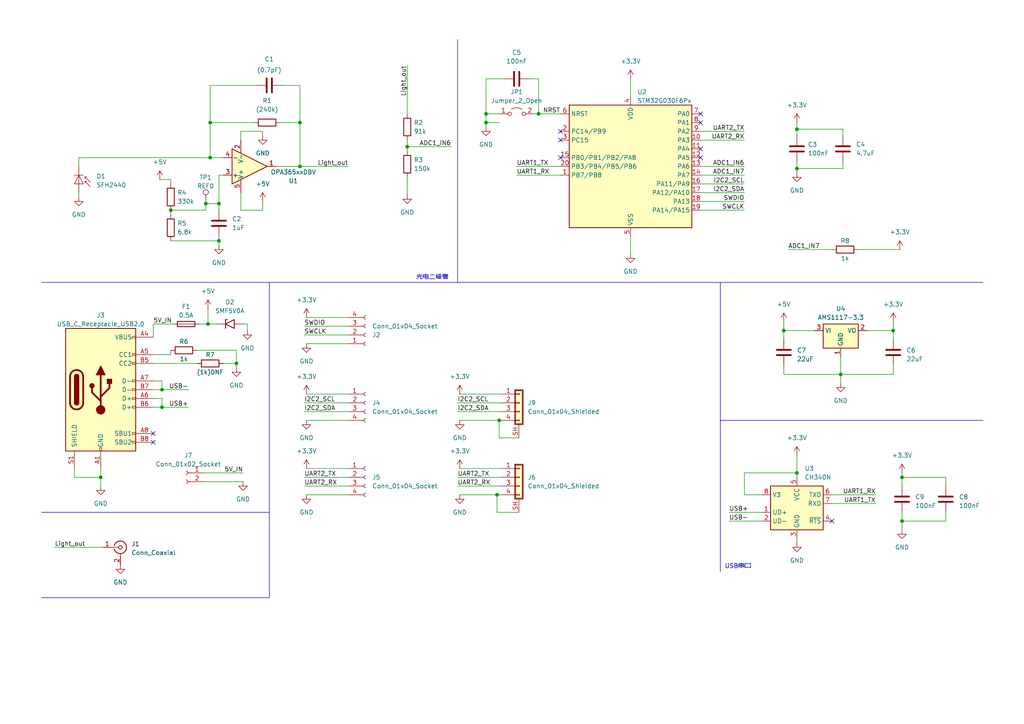
<source format=kicad_sch>
(kicad_sch (version 20230121) (generator eeschema)
  (paper "A4")
  (lib_symbols
    (symbol "Amplifier_Operational:OPA365xxDBV" (pin_names (offset 0.127))
      (property "Reference" "U" (at -1.27 6.35 0))
      (property "Value" "OPA365xxDBV" (at -1.27 3.81 0))
      (symbol "OPA365xxDBV_0_1"
        (polyline (pts (xy -5.08 5.08) (xy 5.08 0) (xy -5.08 -5.08) (xy -5.08 5.08)) (stroke (width 0.254)) (fill (type background)))
        (pin power_in line (at -2.54 -7.62 90) (length 3.81) (name "V-") (number "2"))
        (pin power_in line (at -2.54 7.62 270) (length 3.81) (name "V+") (number "5"))
      )
      (symbol "OPA365xxDBV_1_1"
        (pin output line (at 7.62 0 180) (length 2.54) (name "~") (number "1"))
        (pin input line (at -7.62 2.54 0) (length 2.54) (name "+") (number "3"))
        (pin input line (at -7.62 -2.54 0) (length 2.54) (name "-") (number "4"))
      )
    )
    (symbol "Connector:Conn_01x02_Socket" (pin_names (offset 1.016) hide)
      (property "Reference" "J" (at 0 2.54 0))
      (property "Value" "Conn_01x02_Socket" (at 0 -5.08 0))
      (symbol "Conn_01x02_Socket_1_1"
        (arc (start 0 -2.032) (mid -0.5058 -2.54) (end 0 -3.048) (stroke (width 0.1524)))
        (polyline (pts (xy -1.27 -2.54) (xy -0.508 -2.54)) (stroke (width 0.1524)))
        (polyline (pts (xy -1.27 0) (xy -0.508 0)) (stroke (width 0.1524)))
        (arc (start 0 0.508) (mid -0.5058 0) (end 0 -0.508) (stroke (width 0.1524)))
        (pin passive line (at -5.08 0 0) (length 3.81) (name "Pin_1") (number "1"))
        (pin passive line (at -5.08 -2.54 0) (length 3.81) (name "Pin_2") (number "2"))
      )
    )
    (symbol "Connector:Conn_01x04_Socket" (pin_names (offset 1.016) hide)
      (property "Reference" "J" (at 0 5.08 0))
      (property "Value" "Conn_01x04_Socket" (at 0 -7.62 0))
      (symbol "Conn_01x04_Socket_1_1"
        (arc (start 0 -4.572) (mid -0.5058 -5.08) (end 0 -5.588) (stroke (width 0.1524)))
        (arc (start 0 -2.032) (mid -0.5058 -2.54) (end 0 -3.048) (stroke (width 0.1524)))
        (polyline (pts (xy -1.27 -5.08) (xy -0.508 -5.08)) (stroke (width 0.1524)))
        (polyline (pts (xy -1.27 -2.54) (xy -0.508 -2.54)) (stroke (width 0.1524)))
        (polyline (pts (xy -1.27 0) (xy -0.508 0)) (stroke (width 0.1524)))
        (polyline (pts (xy -1.27 2.54) (xy -0.508 2.54)) (stroke (width 0.1524)))
        (arc (start 0 0.508) (mid -0.5058 0) (end 0 -0.508) (stroke (width 0.1524)))
        (arc (start 0 3.048) (mid -0.5058 2.54) (end 0 2.032) (stroke (width 0.1524)))
        (pin passive line (at -5.08 2.54 0) (length 3.81) (name "Pin_1") (number "1"))
        (pin passive line (at -5.08 0 0) (length 3.81) (name "Pin_2") (number "2"))
        (pin passive line (at -5.08 -2.54 0) (length 3.81) (name "Pin_3") (number "3"))
        (pin passive line (at -5.08 -5.08 0) (length 3.81) (name "Pin_4") (number "4"))
      )
    )
    (symbol "Connector:Conn_Coaxial" (pin_names (offset 1.016) hide)
      (property "Reference" "J" (at 0.254 3.048 0))
      (property "Value" "Conn_Coaxial" (at 2.921 0 90))
      (symbol "Conn_Coaxial_0_1"
        (arc (start -1.778 -0.508) (mid 0.2311 -1.8066) (end 1.778 0) (stroke (width 0.254)))
        (polyline (pts (xy -2.54 0) (xy -0.508 0)))
        (polyline (pts (xy 0 -2.54) (xy 0 -1.778)))
        (circle (center 0 0) (radius 0.508) (stroke (width 0.2032)))
        (arc (start 1.778 0) (mid 0.2099 1.8101) (end -1.778 0.508) (stroke (width 0.254)))
      )
      (symbol "Conn_Coaxial_1_1"
        (pin passive line (at -5.08 0 0) (length 2.54) (name "In") (number "1"))
        (pin passive line (at 0 -5.08 90) (length 2.54) (name "Ext") (number "2"))
      )
    )
    (symbol "Connector:TestPoint" (pin_numbers hide) (pin_names (offset 0.762) hide)
      (property "Reference" "TP" (at 0 6.858 0))
      (property "Value" "TestPoint" (at 0 5.08 0))
      (symbol "TestPoint_0_1"
        (circle (center 0 3.302) (radius 0.762))
      )
      (symbol "TestPoint_1_1"
        (pin passive line (at 0 0 90) (length 2.54) (name "1") (number "1"))
      )
    )
    (symbol "Connector:USB_C_Receptacle_USB2.0" (pin_names (offset 1.016))
      (property "Reference" "J" (at -10.16 19.05 0))
      (property "Value" "USB_C_Receptacle_USB2.0" (at 19.05 19.05 0))
      (symbol "USB_C_Receptacle_USB2.0_0_0"
        (rectangle (start -0.254 -17.78) (end 0.254 -16.764))
        (rectangle (start 10.16 -14.986) (end 9.144 -15.494))
        (rectangle (start 10.16 -12.446) (end 9.144 -12.954))
        (rectangle (start 10.16 -4.826) (end 9.144 -5.334))
        (rectangle (start 10.16 -2.286) (end 9.144 -2.794))
        (rectangle (start 10.16 0.254) (end 9.144 -0.254))
        (rectangle (start 10.16 2.794) (end 9.144 2.286))
        (rectangle (start 10.16 7.874) (end 9.144 7.366))
        (rectangle (start 10.16 10.414) (end 9.144 9.906))
        (rectangle (start 10.16 15.494) (end 9.144 14.986))
      )
      (symbol "USB_C_Receptacle_USB2.0_0_1"
        (rectangle (start -10.16 17.78) (end 10.16 -17.78) (stroke (width 0.254)) (fill (type background)))
        (arc (start -8.89 -3.81) (mid -6.985 -5.7067) (end -5.08 -3.81) (stroke (width 0.508)))
        (arc (start -7.62 -3.81) (mid -6.985 -4.4423) (end -6.35 -3.81) (stroke (width 0.254)))
        (arc (start -7.62 -3.81) (mid -6.985 -4.4423) (end -6.35 -3.81) (stroke (width 0.254)) (fill (type outline)))
        (rectangle (start -7.62 -3.81) (end -6.35 3.81) (stroke (width 0.254)) (fill (type outline)))
        (arc (start -6.35 3.81) (mid -6.985 4.4423) (end -7.62 3.81) (stroke (width 0.254)))
        (arc (start -6.35 3.81) (mid -6.985 4.4423) (end -7.62 3.81) (stroke (width 0.254)) (fill (type outline)))
        (arc (start -5.08 3.81) (mid -6.985 5.7067) (end -8.89 3.81) (stroke (width 0.508)))
        (circle (center -2.54 1.143) (radius 0.635) (stroke (width 0.254)) (fill (type outline)))
        (circle (center 0 -5.842) (radius 1.27) (fill (type outline)))
        (polyline (pts (xy -8.89 -3.81) (xy -8.89 3.81)) (stroke (width 0.508)))
        (polyline (pts (xy -5.08 3.81) (xy -5.08 -3.81)) (stroke (width 0.508)))
        (polyline (pts (xy 0 -5.842) (xy 0 4.318)) (stroke (width 0.508)))
        (polyline (pts (xy 0 -3.302) (xy -2.54 -0.762) (xy -2.54 0.508)) (stroke (width 0.508)))
        (polyline (pts (xy 0 -2.032) (xy 2.54 0.508) (xy 2.54 1.778)) (stroke (width 0.508)))
        (polyline (pts (xy -1.27 4.318) (xy 0 6.858) (xy 1.27 4.318) (xy -1.27 4.318)) (stroke (width 0.254)) (fill (type outline)))
        (rectangle (start 1.905 1.778) (end 3.175 3.048) (stroke (width 0.254)) (fill (type outline)))
      )
      (symbol "USB_C_Receptacle_USB2.0_1_1"
        (pin passive line (at 0 -22.86 90) (length 5.08) (name "GND") (number "A1"))
        (pin passive line (at 0 -22.86 90) (length 5.08) hide (name "GND") (number "A12"))
        (pin passive line (at 15.24 15.24 180) (length 5.08) (name "VBUS") (number "A4"))
        (pin bidirectional line (at 15.24 10.16 180) (length 5.08) (name "CC1") (number "A5"))
        (pin bidirectional line (at 15.24 -2.54 180) (length 5.08) (name "D+") (number "A6"))
        (pin bidirectional line (at 15.24 2.54 180) (length 5.08) (name "D-") (number "A7"))
        (pin bidirectional line (at 15.24 -12.7 180) (length 5.08) (name "SBU1") (number "A8"))
        (pin passive line (at 15.24 15.24 180) (length 5.08) hide (name "VBUS") (number "A9"))
        (pin passive line (at 0 -22.86 90) (length 5.08) hide (name "GND") (number "B1"))
        (pin passive line (at 0 -22.86 90) (length 5.08) hide (name "GND") (number "B12"))
        (pin passive line (at 15.24 15.24 180) (length 5.08) hide (name "VBUS") (number "B4"))
        (pin bidirectional line (at 15.24 7.62 180) (length 5.08) (name "CC2") (number "B5"))
        (pin bidirectional line (at 15.24 -5.08 180) (length 5.08) (name "D+") (number "B6"))
        (pin bidirectional line (at 15.24 0 180) (length 5.08) (name "D-") (number "B7"))
        (pin bidirectional line (at 15.24 -15.24 180) (length 5.08) (name "SBU2") (number "B8"))
        (pin passive line (at 15.24 15.24 180) (length 5.08) hide (name "VBUS") (number "B9"))
        (pin passive line (at -7.62 -22.86 90) (length 5.08) (name "SHIELD") (number "S1"))
      )
    )
    (symbol "Connector_Generic_Shielded:Conn_01x04_Shielded" (pin_names (offset 1.016) hide)
      (property "Reference" "J" (at 0.254 4.826 0))
      (property "Value" "Conn_01x04_Shielded" (at 1.016 -7.366 0))
      (symbol "Conn_01x04_Shielded_1_1"
        (rectangle (start -1.27 3.81) (end 1.27 -6.35) (stroke (width 0.1524)))
        (rectangle (start -1.016 -4.953) (end 0.254 -5.207) (stroke (width 0.1524)))
        (rectangle (start -1.016 -2.413) (end 0.254 -2.667) (stroke (width 0.1524)))
        (rectangle (start -1.016 0.127) (end 0.254 -0.127) (stroke (width 0.1524)))
        (rectangle (start -1.016 2.667) (end 0.254 2.413) (stroke (width 0.1524)))
        (rectangle (start -1.016 3.556) (end 1.016 -6.096) (stroke (width 0.254)) (fill (type background)))
        (pin passive line (at -5.08 2.54 0) (length 4.064) (name "Pin_1") (number "1"))
        (pin passive line (at -5.08 0 0) (length 4.064) (name "Pin_2") (number "2"))
        (pin passive line (at -5.08 -2.54 0) (length 4.064) (name "Pin_3") (number "3"))
        (pin passive line (at -5.08 -5.08 0) (length 4.064) (name "Pin_4") (number "4"))
        (pin passive line (at 0 -10.16 90) (length 3.81) (name "Shield") (number "SH"))
      )
    )
    (symbol "Device:C" (pin_numbers hide) (pin_names (offset 0.254))
      (property "Reference" "C" (at 0.635 2.54 0))
      (property "Value" "C" (at 0.635 -2.54 0))
      (symbol "C_0_1"
        (polyline (pts (xy -2.032 -0.762) (xy 2.032 -0.762)) (stroke (width 0.508)))
        (polyline (pts (xy -2.032 0.762) (xy 2.032 0.762)) (stroke (width 0.508)))
      )
      (symbol "C_1_1"
        (pin passive line (at 0 3.81 270) (length 2.794) (name "~") (number "1"))
        (pin passive line (at 0 -3.81 90) (length 2.794) (name "~") (number "2"))
      )
    )
    (symbol "Device:Fuse" (pin_numbers hide) (pin_names (offset 0))
      (property "Reference" "F" (at 2.032 0 90))
      (property "Value" "Fuse" (at -1.905 0 90))
      (symbol "Fuse_0_1"
        (rectangle (start -0.762 -2.54) (end 0.762 2.54) (stroke (width 0.254)))
        (polyline (pts (xy 0 2.54) (xy 0 -2.54)))
      )
      (symbol "Fuse_1_1"
        (pin passive line (at 0 3.81 270) (length 1.27) (name "~") (number "1"))
        (pin passive line (at 0 -3.81 90) (length 1.27) (name "~") (number "2"))
      )
    )
    (symbol "Device:R" (pin_numbers hide) (pin_names (offset 0))
      (property "Reference" "R" (at 2.032 0 90))
      (property "Value" "R" (at 0 0 90))
      (symbol "R_0_1"
        (rectangle (start -1.016 -2.54) (end 1.016 2.54) (stroke (width 0.254)))
      )
      (symbol "R_1_1"
        (pin passive line (at 0 3.81 270) (length 1.27) (name "~") (number "1"))
        (pin passive line (at 0 -3.81 90) (length 1.27) (name "~") (number "2"))
      )
    )
    (symbol "Diode:SMF5V0A" (pin_numbers hide) (pin_names (offset 1.016) hide)
      (property "Reference" "D" (at 0 2.54 0))
      (property "Value" "SMF5V0A" (at 0 -2.54 0))
      (symbol "SMF5V0A_0_1"
        (polyline (pts (xy -0.762 1.27) (xy -1.27 1.27) (xy -1.27 -1.27)) (stroke (width 0.254)))
        (polyline (pts (xy 1.27 1.27) (xy 1.27 -1.27) (xy -1.27 0) (xy 1.27 1.27)) (stroke (width 0.254)))
      )
      (symbol "SMF5V0A_1_1"
        (pin passive line (at -3.81 0 0) (length 2.54) (name "A1") (number "1"))
        (pin passive line (at 3.81 0 180) (length 2.54) (name "A2") (number "2"))
      )
    )
    (symbol "Interface_USB:CH340N"
      (property "Reference" "U" (at -7.62 6.35 0))
      (property "Value" "CH340N" (at 7.62 6.35 0))
      (symbol "CH340N_0_1"
        (rectangle (start -7.62 5.08) (end 7.62 -7.62) (stroke (width 0.254)) (fill (type background)))
      )
      (symbol "CH340N_1_1"
        (pin bidirectional line (at -10.16 -2.54 0) (length 2.54) (name "UD+") (number "1"))
        (pin bidirectional line (at -10.16 -5.08 0) (length 2.54) (name "UD-") (number "2"))
        (pin power_in line (at 0 -10.16 90) (length 2.54) (name "GND") (number "3"))
        (pin output line (at 10.16 -5.08 180) (length 2.54) (name "~{RTS}") (number "4"))
        (pin power_in line (at 0 7.62 270) (length 2.54) (name "VCC") (number "5"))
        (pin output line (at 10.16 2.54 180) (length 2.54) (name "TXD") (number "6"))
        (pin input line (at 10.16 0 180) (length 2.54) (name "RXD") (number "7"))
        (pin passive line (at -10.16 2.54 0) (length 2.54) (name "V3") (number "8"))
      )
    )
    (symbol "Jumper:Jumper_2_Open" (pin_names (offset 0) hide)
      (property "Reference" "JP" (at 0 2.794 0))
      (property "Value" "Jumper_2_Open" (at 0 -2.286 0))
      (symbol "Jumper_2_Open_0_0"
        (circle (center -2.032 0) (radius 0.508))
        (circle (center 2.032 0) (radius 0.508))
      )
      (symbol "Jumper_2_Open_0_1"
        (arc (start 1.524 1.27) (mid 0 1.778) (end -1.524 1.27))
      )
      (symbol "Jumper_2_Open_1_1"
        (pin passive line (at -5.08 0 0) (length 2.54) (name "A") (number "1"))
        (pin passive line (at 5.08 0 180) (length 2.54) (name "B") (number "2"))
      )
    )
    (symbol "MCU_ST_STM32G0:STM32G030F6Px"
      (property "Reference" "U" (at -17.78 19.05 0))
      (property "Value" "STM32G030F6Px" (at 2.54 19.05 0))
      (symbol "STM32G030F6Px_0_1"
        (rectangle (start -17.78 -17.78) (end 17.78 17.78) (stroke (width 0.254)) (fill (type background)))
      )
      (symbol "STM32G030F6Px_1_1"
        (pin bidirectional line (at -20.32 -2.54 0) (length 2.54) (name "PB7/PB8") (number "1"))
        (pin bidirectional line (at 20.32 7.62 180) (length 2.54) (name "PA3") (number "10"))
        (pin bidirectional line (at 20.32 5.08 180) (length 2.54) (name "PA4") (number "11"))
        (pin bidirectional line (at 20.32 2.54 180) (length 2.54) (name "PA5") (number "12"))
        (pin bidirectional line (at 20.32 0 180) (length 2.54) (name "PA6") (number "13"))
        (pin bidirectional line (at 20.32 -2.54 180) (length 2.54) (name "PA7") (number "14"))
        (pin bidirectional line (at -20.32 2.54 0) (length 2.54) (name "PB0/PB1/PB2/PA8") (number "15"))
        (pin bidirectional line (at 20.32 -5.08 180) (length 2.54) (name "PA11/PA9") (number "16"))
        (pin bidirectional line (at 20.32 -7.62 180) (length 2.54) (name "PA12/PA10") (number "17"))
        (pin bidirectional line (at 20.32 -10.16 180) (length 2.54) (name "PA13") (number "18"))
        (pin bidirectional line (at 20.32 -12.7 180) (length 2.54) (name "PA14/PA15") (number "19"))
        (pin bidirectional line (at -20.32 10.16 0) (length 2.54) (name "PC14/PB9") (number "2"))
        (pin bidirectional line (at -20.32 0 0) (length 2.54) (name "PB3/PB4/PB5/PB6") (number "20"))
        (pin bidirectional line (at -20.32 7.62 0) (length 2.54) (name "PC15") (number "3"))
        (pin power_in line (at 0 20.32 270) (length 2.54) (name "VDD") (number "4"))
        (pin power_in line (at 0 -20.32 90) (length 2.54) (name "VSS") (number "5"))
        (pin input line (at -20.32 15.24 0) (length 2.54) (name "NRST") (number "6"))
        (pin bidirectional line (at 20.32 15.24 180) (length 2.54) (name "PA0") (number "7"))
        (pin bidirectional line (at 20.32 12.7 180) (length 2.54) (name "PA1") (number "8"))
        (pin bidirectional line (at 20.32 10.16 180) (length 2.54) (name "PA2") (number "9"))
      )
    )
    (symbol "Regulator_Linear:AMS1117-3.3"
      (property "Reference" "U" (at -3.81 3.175 0))
      (property "Value" "AMS1117-3.3" (at 0 3.175 0))
      (symbol "AMS1117-3.3_0_1"
        (rectangle (start -5.08 -5.08) (end 5.08 1.905) (stroke (width 0.254)) (fill (type background)))
      )
      (symbol "AMS1117-3.3_1_1"
        (pin power_in line (at 0 -7.62 90) (length 2.54) (name "GND") (number "1"))
        (pin power_out line (at 7.62 0 180) (length 2.54) (name "VO") (number "2"))
        (pin power_in line (at -7.62 0 0) (length 2.54) (name "VI") (number "3"))
      )
    )
    (symbol "Sensor_Optical:SFH2440" (pin_numbers hide) (pin_names (offset 1.016) hide)
      (property "Reference" "D" (at 0.508 1.778 0))
      (property "Value" "SFH2440" (at -1.016 -2.794 0))
      (symbol "SFH2440_0_1"
        (polyline (pts (xy -2.54 1.27) (xy -2.54 -1.27)) (stroke (width 0.1524)))
        (polyline (pts (xy -2.032 1.778) (xy -1.524 1.778)))
        (polyline (pts (xy 0 -1.27) (xy 0 1.27)))
        (polyline (pts (xy 0 0) (xy -2.54 0)))
        (polyline (pts (xy -0.508 3.302) (xy -2.032 1.778) (xy -2.032 2.286)))
        (polyline (pts (xy 0 1.27) (xy -2.54 0) (xy 0 -1.27)))
        (polyline (pts (xy 0.762 3.302) (xy -0.762 1.778) (xy -0.762 2.286) (xy -0.762 1.778) (xy -0.254 1.778)))
      )
      (symbol "SFH2440_1_1"
        (pin passive line (at -5.08 0 0) (length 2.54) (name "K") (number "1"))
        (pin passive line (at 2.54 0 180) (length 2.54) (name "A") (number "2"))
      )
    )
    (symbol "power:+3.3V" (power) (pin_names (offset 0))
      (property "Value" "+3.3V" (at 0 3.556 0))
      (symbol "+3.3V_0_1"
        (polyline (pts (xy -0.762 1.27) (xy 0 2.54)))
        (polyline (pts (xy 0 0) (xy 0 2.54)))
        (polyline (pts (xy 0 2.54) (xy 0.762 1.27)))
      )
      (symbol "+3.3V_1_1"
        (pin power_in line (at 0 0 90) (length 0) hide (name "+3.3V") (number "1"))
      )
    )
    (symbol "power:+5V" (power) (pin_names (offset 0))
      (property "Value" "+5V" (at 0 3.556 0))
      (symbol "+5V_0_1"
        (polyline (pts (xy -0.762 1.27) (xy 0 2.54)))
        (polyline (pts (xy 0 0) (xy 0 2.54)))
        (polyline (pts (xy 0 2.54) (xy 0.762 1.27)))
      )
      (symbol "+5V_1_1"
        (pin power_in line (at 0 0 90) (length 0) hide (name "+5V") (number "1"))
      )
    )
    (symbol "power:GND" (power) (pin_names (offset 0))
      (property "Value" "GND" (at 0 -3.81 0))
      (symbol "GND_0_1"
        (polyline (pts (xy 0 0) (xy 0 -1.27) (xy 1.27 -1.27) (xy 0 -2.54) (xy -1.27 -1.27) (xy 0 -1.27)))
      )
      (symbol "GND_1_1"
        (pin power_in line (at 0 0 270) (length 0) hide (name "GND") (number "1"))
      )
    )
  )
  (junction (at 46.99 113.03))
  (junction (at 68.58 105.41))
  (junction (at 118.11 42.545))
  (junction (at 144.78 121.92))
  (junction (at 29.21 138.43))
  (junction (at 261.62 151.13))
  (junction (at 231.14 37.465))
  (junction (at 243.84 108.585))
  (junction (at 261.62 138.43))
  (junction (at 231.14 137.16))
  (junction (at 60.96 35.56))
  (junction (at 63.5 59.055))
  (junction (at 86.995 48.26))
  (junction (at 60.325 93.98))
  (junction (at 259.08 95.885))
  (junction (at 140.97 33.02))
  (junction (at 46.99 118.11))
  (junction (at 63.5 69.85))
  (junction (at 86.995 35.56))
  (junction (at 231.14 48.895))
  (junction (at 227.33 95.885))
  (junction (at 140.97 35.56))
  (junction (at 49.53 60.96))
  (junction (at 144.145 143.51))
  (junction (at 156.21 33.02))
  (junction (at 60.96 45.72))
  (junction (at 59.69 59.055))
  (no_connect (at 203.2 33.02))
  (no_connect (at 203.2 35.56))
  (no_connect (at 162.56 40.64))
  (no_connect (at 203.2 45.72))
  (no_connect (at 162.56 38.1))
  (no_connect (at 44.45 125.73))
  (no_connect (at 203.2 43.18))
  (no_connect (at 241.3 151.13))
  (no_connect (at 162.56 45.72))
  (no_connect (at 44.45 128.27))
  (wire (pts (xy 73.66 35.56) (xy 60.96 35.56)))
  (wire (pts (xy 261.62 137.16) (xy 261.62 138.43)))
  (wire (pts (xy 59.69 60.96) (xy 59.69 59.055)))
  (wire (pts (xy 59.69 59.055) (xy 63.5 59.055)))
  (wire (pts (xy 261.62 151.13) (xy 261.62 148.59)))
  (wire (pts (xy 133.35 121.92) (xy 144.78 121.92)))
  (wire (pts (xy 21.59 138.43) (xy 29.21 138.43)))
  (wire (pts (xy 156.21 33.02) (xy 162.56 33.02)))
  (wire (pts (xy 49.53 52.07) (xy 49.53 53.34)))
  (wire (pts (xy 211.455 148.59) (xy 220.98 148.59)))
  (wire (pts (xy 57.15 101.6) (xy 68.58 101.6)))
  (wire (pts (xy 21.59 135.89) (xy 21.59 138.43)))
  (wire (pts (xy 46.99 118.11) (xy 44.45 118.11)))
  (wire (pts (xy 44.45 93.98) (xy 50.165 93.98)))
  (wire (pts (xy 243.84 108.585) (xy 243.84 103.505)))
  (wire (pts (xy 231.14 48.895) (xy 231.14 46.99)))
  (polyline (pts (xy 208.915 121.92) (xy 208.915 81.915)))
  (wire (pts (xy 46.99 110.49) (xy 46.99 113.03)))
  (wire (pts (xy 274.32 148.59) (xy 274.32 151.13)))
  (wire (pts (xy 69.85 38.1) (xy 76.2 38.1)))
  (wire (pts (xy 88.265 138.43) (xy 100.965 138.43)))
  (wire (pts (xy 86.995 35.56) (xy 86.995 48.26)))
  (wire (pts (xy 259.08 95.885) (xy 251.46 95.885)))
  (wire (pts (xy 227.33 106.045) (xy 227.33 108.585)))
  (wire (pts (xy 88.9 143.51) (xy 100.965 143.51)))
  (wire (pts (xy 60.96 24.765) (xy 60.96 35.56)))
  (wire (pts (xy 70.485 137.16) (xy 59.055 137.16)))
  (wire (pts (xy 49.53 69.85) (xy 63.5 69.85)))
  (wire (pts (xy 57.785 93.98) (xy 60.325 93.98)))
  (wire (pts (xy 44.45 110.49) (xy 46.99 110.49)))
  (wire (pts (xy 254 143.51) (xy 241.3 143.51)))
  (wire (pts (xy 146.05 22.86) (xy 140.97 22.86)))
  (wire (pts (xy 132.715 140.97) (xy 145.415 140.97)))
  (wire (pts (xy 22.86 45.72) (xy 22.86 48.26)))
  (wire (pts (xy 261.62 153.67) (xy 261.62 151.13)))
  (wire (pts (xy 63.5 59.055) (xy 63.5 60.96)))
  (wire (pts (xy 49.53 60.96) (xy 59.69 60.96)))
  (wire (pts (xy 149.86 50.8) (xy 162.56 50.8)))
  (wire (pts (xy 46.99 115.57) (xy 46.99 118.11)))
  (wire (pts (xy 44.45 105.41) (xy 57.15 105.41)))
  (wire (pts (xy 215.9 137.16) (xy 215.9 143.51)))
  (wire (pts (xy 244.475 39.37) (xy 244.475 37.465)))
  (wire (pts (xy 182.88 22.86) (xy 182.88 27.94)))
  (wire (pts (xy 261.62 151.13) (xy 274.32 151.13)))
  (wire (pts (xy 133.35 135.89) (xy 145.415 135.89)))
  (wire (pts (xy 44.45 115.57) (xy 46.99 115.57)))
  (wire (pts (xy 118.11 40.64) (xy 118.11 42.545)))
  (wire (pts (xy 140.97 33.02) (xy 144.78 33.02)))
  (wire (pts (xy 29.21 140.97) (xy 29.21 138.43)))
  (wire (pts (xy 156.21 22.86) (xy 156.21 33.02)))
  (polyline (pts (xy 12.065 81.915) (xy 132.715 81.915)))
  (wire (pts (xy 259.08 106.045) (xy 259.08 108.585)))
  (wire (pts (xy 254 146.05) (xy 241.3 146.05)))
  (polyline (pts (xy 78.105 173.355) (xy 78.105 148.59)))
  (wire (pts (xy 118.11 56.515) (xy 118.11 51.435)))
  (wire (pts (xy 88.265 140.97) (xy 100.965 140.97)))
  (wire (pts (xy 211.455 151.13) (xy 220.98 151.13)))
  (wire (pts (xy 140.97 33.02) (xy 140.97 35.56)))
  (wire (pts (xy 63.5 69.85) (xy 63.5 71.12)))
  (wire (pts (xy 244.475 48.895) (xy 231.14 48.895)))
  (polyline (pts (xy 208.915 121.92) (xy 208.915 165.735)))
  (wire (pts (xy 231.14 157.48) (xy 231.14 156.21)))
  (wire (pts (xy 154.94 33.02) (xy 156.21 33.02)))
  (wire (pts (xy 70.485 139.7) (xy 59.055 139.7)))
  (wire (pts (xy 49.53 102.87) (xy 49.53 101.6)))
  (wire (pts (xy 44.45 102.87) (xy 49.53 102.87)))
  (wire (pts (xy 130.81 42.545) (xy 118.11 42.545)))
  (wire (pts (xy 261.62 138.43) (xy 261.62 140.97)))
  (wire (pts (xy 88.9 99.695) (xy 100.965 99.695)))
  (wire (pts (xy 215.9 53.34) (xy 203.2 53.34)))
  (wire (pts (xy 132.715 138.43) (xy 145.415 138.43)))
  (wire (pts (xy 74.295 24.765) (xy 60.96 24.765)))
  (wire (pts (xy 118.11 33.02) (xy 118.11 19.05)))
  (wire (pts (xy 227.33 95.885) (xy 236.22 95.885)))
  (wire (pts (xy 44.45 113.03) (xy 46.99 113.03)))
  (wire (pts (xy 63.5 68.58) (xy 63.5 69.85)))
  (wire (pts (xy 144.78 121.92) (xy 145.415 121.92)))
  (wire (pts (xy 227.33 93.345) (xy 227.33 95.885)))
  (wire (pts (xy 140.97 35.56) (xy 144.78 35.56)))
  (wire (pts (xy 88.265 116.84) (xy 100.965 116.84)))
  (wire (pts (xy 22.86 57.15) (xy 22.86 55.88)))
  (polyline (pts (xy 132.715 11.43) (xy 132.715 81.915)))
  (wire (pts (xy 64.77 50.8) (xy 63.5 50.8)))
  (wire (pts (xy 231.14 35.56) (xy 231.14 37.465)))
  (wire (pts (xy 86.995 24.765) (xy 86.995 35.56)))
  (wire (pts (xy 68.58 105.41) (xy 68.58 106.68)))
  (wire (pts (xy 88.265 94.615) (xy 100.965 94.615)))
  (wire (pts (xy 88.9 114.3) (xy 100.965 114.3)))
  (wire (pts (xy 215.9 55.88) (xy 203.2 55.88)))
  (wire (pts (xy 132.715 119.38) (xy 145.415 119.38)))
  (wire (pts (xy 44.45 97.79) (xy 44.45 93.98)))
  (wire (pts (xy 215.9 60.96) (xy 203.2 60.96)))
  (wire (pts (xy 231.14 132.08) (xy 231.14 137.16)))
  (wire (pts (xy 215.9 40.64) (xy 203.2 40.64)))
  (wire (pts (xy 81.915 24.765) (xy 86.995 24.765)))
  (wire (pts (xy 69.85 55.88) (xy 69.85 60.96)))
  (wire (pts (xy 261.62 138.43) (xy 274.32 138.43)))
  (wire (pts (xy 60.325 93.98) (xy 62.865 93.98)))
  (wire (pts (xy 274.32 140.97) (xy 274.32 138.43)))
  (wire (pts (xy 132.715 116.84) (xy 145.415 116.84)))
  (wire (pts (xy 29.845 158.75) (xy 15.875 158.75)))
  (wire (pts (xy 60.325 89.535) (xy 60.325 93.98)))
  (wire (pts (xy 215.9 137.16) (xy 231.14 137.16)))
  (wire (pts (xy 215.9 58.42) (xy 203.2 58.42)))
  (wire (pts (xy 153.67 22.86) (xy 156.21 22.86)))
  (wire (pts (xy 228.6 72.39) (xy 241.3 72.39)))
  (wire (pts (xy 133.35 143.51) (xy 144.145 143.51)))
  (wire (pts (xy 71.755 93.98) (xy 71.755 95.885)))
  (wire (pts (xy 259.08 98.425) (xy 259.08 95.885)))
  (wire (pts (xy 144.145 143.51) (xy 145.415 143.51)))
  (wire (pts (xy 88.9 92.075) (xy 100.965 92.075)))
  (polyline (pts (xy 78.105 148.59) (xy 78.105 81.915)))
  (wire (pts (xy 68.58 101.6) (xy 68.58 105.41)))
  (wire (pts (xy 76.2 60.96) (xy 76.2 58.42)))
  (wire (pts (xy 150.495 148.59) (xy 144.145 148.59)))
  (wire (pts (xy 133.35 114.3) (xy 145.415 114.3)))
  (wire (pts (xy 259.08 108.585) (xy 243.84 108.585)))
  (wire (pts (xy 118.11 42.545) (xy 118.11 43.815)))
  (wire (pts (xy 54.61 118.11) (xy 46.99 118.11)))
  (wire (pts (xy 88.9 121.92) (xy 100.965 121.92)))
  (wire (pts (xy 260.985 72.39) (xy 248.92 72.39)))
  (wire (pts (xy 231.14 50.165) (xy 231.14 48.895)))
  (wire (pts (xy 215.9 143.51) (xy 220.98 143.51)))
  (wire (pts (xy 81.28 35.56) (xy 86.995 35.56)))
  (wire (pts (xy 215.9 38.1) (xy 203.2 38.1)))
  (wire (pts (xy 29.21 138.43) (xy 29.21 135.89)))
  (wire (pts (xy 244.475 46.99) (xy 244.475 48.895)))
  (wire (pts (xy 46.355 52.07) (xy 49.53 52.07)))
  (wire (pts (xy 69.85 40.64) (xy 69.85 38.1)))
  (wire (pts (xy 86.995 48.26) (xy 80.01 48.26)))
  (wire (pts (xy 22.86 45.72) (xy 60.96 45.72)))
  (polyline (pts (xy 285.115 121.92) (xy 208.915 121.92)))
  (wire (pts (xy 49.53 62.23) (xy 49.53 60.96)))
  (wire (pts (xy 86.995 48.26) (xy 100.965 48.26)))
  (wire (pts (xy 144.145 148.59) (xy 144.145 143.51)))
  (wire (pts (xy 63.5 50.8) (xy 63.5 59.055)))
  (wire (pts (xy 259.08 93.345) (xy 259.08 95.885)))
  (wire (pts (xy 231.14 37.465) (xy 231.14 39.37)))
  (polyline (pts (xy 12.065 173.355) (xy 78.105 173.355)))
  (wire (pts (xy 88.265 119.38) (xy 100.965 119.38)))
  (wire (pts (xy 88.9 135.89) (xy 100.965 135.89)))
  (wire (pts (xy 215.9 50.8) (xy 203.2 50.8)))
  (polyline (pts (xy 12.065 148.59) (xy 78.105 148.59)))
  (wire (pts (xy 149.86 48.26) (xy 162.56 48.26)))
  (wire (pts (xy 88.265 97.155) (xy 100.965 97.155)))
  (wire (pts (xy 182.88 73.66) (xy 182.88 68.58)))
  (polyline (pts (xy 132.715 81.915) (xy 285.115 81.915)))
  (wire (pts (xy 69.85 60.96) (xy 76.2 60.96)))
  (wire (pts (xy 150.495 127) (xy 144.78 127)))
  (wire (pts (xy 227.33 98.425) (xy 227.33 95.885)))
  (wire (pts (xy 60.96 45.72) (xy 64.77 45.72)))
  (wire (pts (xy 144.78 127) (xy 144.78 121.92)))
  (wire (pts (xy 231.14 137.16) (xy 231.14 138.43)))
  (wire (pts (xy 64.77 105.41) (xy 68.58 105.41)))
  (wire (pts (xy 227.33 108.585) (xy 243.84 108.585)))
  (wire (pts (xy 46.99 113.03) (xy 54.61 113.03)))
  (wire (pts (xy 140.97 36.83) (xy 140.97 35.56)))
  (wire (pts (xy 76.2 38.1) (xy 76.2 39.37)))
  (wire (pts (xy 70.485 93.98) (xy 71.755 93.98)))
  (wire (pts (xy 243.84 111.125) (xy 243.84 108.585)))
  (wire (pts (xy 244.475 37.465) (xy 231.14 37.465)))
  (wire (pts (xy 215.9 48.26) (xy 203.2 48.26)))
  (wire (pts (xy 60.96 35.56) (xy 60.96 45.72)))
  (wire (pts (xy 140.97 22.86) (xy 140.97 33.02)))
  (text "光电二级管\n" (at 120.65 81.28 0) (effects (font (size 1.27 1.27)) (justify left bottom)))
  (text "USB串口" (at 210.185 165.1 0) (effects (font (size 1.27 1.27)) (justify left bottom)))
  (label "UART2_TX" (at 215.9 38.1 180))
  (label "ADC1_IN7" (at 228.6 72.39 0))
  (label "5V_IN" (at 70.485 137.16 180))
  (label "UART2_RX" (at 132.715 140.97 0))
  (label "UART2_RX" (at 88.265 140.97 0))
  (label "SWCLK" (at 88.265 97.155 0))
  (label "USB-" (at 54.61 113.03 180))
  (label "I2C2_SDA" (at 88.265 119.38 0))
  (label "UART1_TX" (at 254 146.05 180))
  (label "UART1_TX" (at 149.86 48.26 0))
  (label "5V_IN" (at 44.45 93.98 0))
  (label "UART1_RX" (at 254 143.51 180))
  (label "SWDIO" (at 215.9 58.42 180))
  (label "ADC1_IN7" (at 215.9 50.8 180))
  (label "I2C2_SCL" (at 88.265 116.84 0))
  (label "I2C2_SDA" (at 215.9 55.88 180))
  (label "Light_out" (at 118.11 19.05 270))
  (label "SWDIO" (at 88.265 94.615 0))
  (label "Light_out" (at 100.965 48.26 180))
  (label "UART2_TX" (at 88.265 138.43 0))
  (label "NRST" (at 157.48 33.02 0))
  (label "ADC1_IN6" (at 130.81 42.545 180))
  (label "I2C2_SCL" (at 215.9 53.34 180))
  (label "I2C2_SCL" (at 132.715 116.84 0))
  (label "UART2_RX" (at 215.9 40.64 180))
  (label "USB+" (at 54.61 118.11 180))
  (label "Light_out" (at 15.875 158.75 0))
  (label "UART1_RX" (at 149.86 50.8 0))
  (label "USB+" (at 211.455 148.59 0))
  (label "ADC1_IN6" (at 215.9 48.26 180))
  (label "UART2_TX" (at 132.715 138.43 0))
  (label "SWCLK" (at 215.9 60.96 180))
  (label "USB-" (at 211.455 151.13 0))
  (label "I2C2_SDA" (at 132.715 119.38 0))
  (symbol (lib_id "Jumper:Jumper_2_Open") (at 149.86 33.02 0) (unit 1)
    (property "Reference" "JP1" (at 149.86 26.67 0))
    (property "Value" "Jumper_2_Open" (at 149.86 29.21 0))
    (property "Footprint" "TestPoint:TestPoint_2Pads_Pitch2.54mm_Drill0.8mm" (effects hide))
  )
  (symbol (lib_id "power:GND") (at 231.14 157.48 0) (unit 1)
    (property "Reference" "#PWR013" (effects hide))
    (property "Value" "GND" (at 231.14 162.56 0))
  )
  (symbol (lib_id "power:+3.3V") (at 231.14 132.08 0) (unit 1)
    (property "Reference" "#PWR017" (effects hide))
    (property "Value" "+3.3V" (at 231.14 127 0))
  )
  (symbol (lib_id "power:GND") (at 133.35 121.92 0) (unit 1)
    (property "Reference" "#PWR035" (effects hide))
    (property "Value" "GND" (at 133.35 127 0))
  )
  (symbol (lib_id "Amplifier_Operational:OPA365xxDBV") (at 72.39 48.26 0) (mirror x) (unit 1)
    (property "Reference" "U1" (at 85.09 52.4509 0))
    (property "Value" "OPA365xxDBV" (at 85.09 49.9109 0))
    (property "Footprint" "Package_TO_SOT_SMD:SOT-23-5" (effects hide))
    (property "Datasheet" "https://www.ti.com/lit/ds/symlink/opa365.pdf" (effects hide))
  )
  (symbol (lib_id "power:GND") (at 182.88 73.66 0) (unit 1)
    (property "Reference" "#PWR05" (effects hide))
    (property "Value" "GND" (at 182.88 78.74 0))
  )
  (symbol (lib_id "power:GND") (at 63.5 71.12 0) (unit 1)
    (property "Reference" "#PWR04" (effects hide))
    (property "Value" "GND" (at 63.5 76.2 0))
  )
  (symbol (lib_id "Sensor_Optical:SFH2440") (at 22.86 53.34 270) (unit 1)
    (property "Reference" "D1" (at 27.94 51.1429 90) (effects (justify left)))
    (property "Value" "SFH2440" (at 27.94 53.6829 90) (effects (justify left)))
    (property "Footprint" "OptoDevice:Osram_SFH2440" (effects hide))
    (property "Datasheet" "https://dammedia.osram.info/media/resource/hires/osram-dam-5467146/SFH%202440_EN.pdf" (effects hide))
  )
  (symbol (lib_id "Connector_Generic_Shielded:Conn_01x04_Shielded") (at 150.495 116.84 0) (unit 1)
    (property "Reference" "J9" (at 153.035 116.84 0) (effects (justify left)))
    (property "Value" "Conn_01x04_Shielded" (at 153.035 119.38 0) (effects (justify left)))
    (property "Footprint" "Connector_FFC-FPC:Molex_200528-0040_1x04-1MP_P1.00mm_Horizontal" (effects hide))
  )
  (symbol (lib_id "Connector_Generic_Shielded:Conn_01x04_Shielded") (at 150.495 138.43 0) (unit 1)
    (property "Reference" "J6" (at 153.035 138.43 0) (effects (justify left)))
    (property "Value" "Conn_01x04_Shielded" (at 153.035 140.97 0) (effects (justify left)))
    (property "Footprint" "Connector_FFC-FPC:Molex_200528-0040_1x04-1MP_P1.00mm_Horizontal" (effects hide))
  )
  (symbol (lib_id "Connector:Conn_01x04_Socket") (at 106.045 138.43 0) (unit 1)
    (property "Reference" "J5" (at 107.95 138.43 0) (effects (justify left)))
    (property "Value" "Conn_01x04_Socket" (at 107.95 140.97 0) (effects (justify left)))
    (property "Footprint" "Connector_PinSocket_2.54mm:PinSocket_1x04_P2.54mm_Horizontal" (effects hide))
  )
  (symbol (lib_id "Device:C") (at 78.105 24.765 90) (unit 1)
    (property "Reference" "C1" (at 78.105 17.145 90))
    (property "Value" "(0.7pF)" (at 78.105 20.32 90))
    (property "Footprint" "Capacitor_SMD:C_0603_1608Metric" (effects hide))
  )
  (symbol (lib_id "power:+3.3V") (at 231.14 35.56 0) (unit 1)
    (property "Reference" "#PWR07" (effects hide))
    (property "Value" "+3.3V" (at 231.14 30.48 0))
  )
  (symbol (lib_id "Device:C") (at 274.32 144.78 0) (unit 1)
    (property "Reference" "C8" (at 278.13 144.145 0) (effects (justify left)))
    (property "Value" "100nF" (at 278.13 146.685 0) (effects (justify left)))
    (property "Footprint" "Capacitor_SMD:C_0603_1608Metric" (effects hide))
  )
  (symbol (lib_id "Device:R") (at 245.11 72.39 90) (unit 1)
    (property "Reference" "R8" (at 245.11 69.85 90))
    (property "Value" "1k" (at 245.11 74.93 90))
    (property "Footprint" "Resistor_SMD:R_0805_2012Metric_Pad1.20x1.40mm_HandSolder" (effects hide))
  )
  (symbol (lib_id "power:GND") (at 88.9 143.51 0) (unit 1)
    (property "Reference" "#PWR026" (effects hide))
    (property "Value" "GND" (at 88.9 148.59 0))
  )
  (symbol (lib_id "power:+3.3V") (at 182.88 22.86 0) (unit 1)
    (property "Reference" "#PWR06" (effects hide))
    (property "Value" "+3.3V" (at 182.88 17.78 0))
  )
  (symbol (lib_id "Device:R") (at 49.53 66.04 180) (unit 1)
    (property "Reference" "R5" (at 51.435 64.77 0) (effects (justify right)))
    (property "Value" "6.8k" (at 51.435 67.31 0) (effects (justify right)))
    (property "Footprint" "Resistor_SMD:R_0603_1608Metric" (effects hide))
  )
  (symbol (lib_id "Regulator_Linear:AMS1117-3.3") (at 243.84 95.885 0) (unit 1)
    (property "Reference" "U4" (at 243.84 89.535 0))
    (property "Value" "AMS1117-3.3" (at 243.84 92.075 0))
    (property "Footprint" "Package_TO_SOT_SMD:SOT-223-3_TabPin2" (effects hide))
    (property "Datasheet" "http://www.advanced-monolithic.com/pdf/ds1117.pdf" (effects hide))
  )
  (symbol (lib_id "Device:R") (at 49.53 57.15 180) (unit 1)
    (property "Reference" "R4" (at 51.435 55.88 0) (effects (justify right)))
    (property "Value" "330k" (at 51.435 58.42 0) (effects (justify right)))
    (property "Footprint" "Resistor_SMD:R_0603_1608Metric" (effects hide))
  )
  (symbol (lib_id "Connector:Conn_01x02_Socket") (at 53.975 137.16 0) (mirror y) (unit 1)
    (property "Reference" "J7" (at 54.61 132.08 0))
    (property "Value" "Conn_01x02_Socket" (at 54.61 134.62 0))
    (property "Footprint" "Connector_PinHeader_2.54mm:PinHeader_1x02_P2.54mm_Vertical" (effects hide))
  )
  (symbol (lib_id "Device:R") (at 77.47 35.56 90) (unit 1)
    (property "Reference" "R1" (at 77.47 29.21 90))
    (property "Value" "(240k)" (at 77.47 31.75 90))
    (property "Footprint" "Resistor_SMD:R_0603_1608Metric" (effects hide))
  )
  (symbol (lib_id "power:GND") (at 88.9 121.92 0) (unit 1)
    (property "Reference" "#PWR025" (effects hide))
    (property "Value" "GND" (at 88.9 127 0))
  )
  (symbol (lib_id "power:+3.3V") (at 88.9 114.3 0) (unit 1)
    (property "Reference" "#PWR027" (effects hide))
    (property "Value" "+3.3V" (at 88.9 109.22 0))
  )
  (symbol (lib_id "power:+5V") (at 60.325 89.535 0) (unit 1)
    (property "Reference" "#PWR029" (effects hide))
    (property "Value" "+5V" (at 60.325 84.455 0))
  )
  (symbol (lib_id "power:+5V") (at 76.2 58.42 0) (unit 1)
    (property "Reference" "#PWR03" (effects hide))
    (property "Value" "+5V" (at 76.2 53.34 0))
  )
  (symbol (lib_id "Device:C") (at 231.14 43.18 0) (unit 1)
    (property "Reference" "C3" (at 234.315 41.91 0) (effects (justify left)))
    (property "Value" "100nF" (at 234.315 44.45 0) (effects (justify left)))
    (property "Footprint" "Capacitor_SMD:C_0603_1608Metric" (effects hide))
  )
  (symbol (lib_id "power:GND") (at 261.62 153.67 0) (unit 1)
    (property "Reference" "#PWR019" (effects hide))
    (property "Value" "GND" (at 261.62 158.75 0))
  )
  (symbol (lib_id "power:GND") (at 34.925 163.83 0) (unit 1)
    (property "Reference" "#PWR011" (effects hide))
    (property "Value" "GND" (at 34.925 168.91 0))
  )
  (symbol (lib_id "Diode:SMF5V0A") (at 66.675 93.98 0) (unit 1)
    (property "Reference" "D2" (at 66.675 87.63 0))
    (property "Value" "SMF5V0A" (at 66.675 90.17 0))
    (property "Footprint" "Diode_SMD:D_SMF" (effects hide))
    (property "Datasheet" "https://www.vishay.com/doc?85881" (effects hide))
  )
  (symbol (lib_id "Connector:Conn_01x04_Socket") (at 106.045 116.84 0) (unit 1)
    (property "Reference" "J4" (at 107.95 116.84 0) (effects (justify left)))
    (property "Value" "Conn_01x04_Socket" (at 107.95 119.38 0) (effects (justify left)))
    (property "Footprint" "Connector_PinSocket_2.54mm:PinSocket_1x04_P2.54mm_Horizontal" (effects hide))
  )
  (symbol (lib_id "Device:C") (at 149.86 22.86 90) (unit 1)
    (property "Reference" "C5" (at 149.86 15.24 90))
    (property "Value" "100nF" (at 149.86 17.78 90))
    (property "Footprint" "Capacitor_SMD:C_0603_1608Metric" (effects hide))
  )
  (symbol (lib_id "Device:C") (at 261.62 144.78 0) (unit 1)
    (property "Reference" "C9" (at 265.43 144.145 0) (effects (justify left)))
    (property "Value" "100nF" (at 265.43 146.685 0) (effects (justify left)))
    (property "Footprint" "Capacitor_SMD:C_0603_1608Metric" (effects hide))
  )
  (symbol (lib_id "power:+3.3V") (at 259.08 93.345 0) (unit 1)
    (property "Reference" "#PWR014" (effects hide))
    (property "Value" "+3.3V" (at 259.08 88.265 0))
  )
  (symbol (lib_id "power:GND") (at 243.84 111.125 0) (unit 1)
    (property "Reference" "#PWR016" (effects hide))
    (property "Value" "GND" (at 243.84 116.205 0))
  )
  (symbol (lib_id "power:+3.3V") (at 88.9 135.89 0) (unit 1)
    (property "Reference" "#PWR028" (effects hide))
    (property "Value" "+3.3V" (at 88.9 130.81 0))
  )
  (symbol (lib_id "Interface_USB:CH340N") (at 231.14 146.05 0) (unit 1)
    (property "Reference" "U3" (at 233.3341 135.89 0) (effects (justify left)))
    (property "Value" "CH340N" (at 233.3341 138.43 0) (effects (justify left)))
    (property "Footprint" "Package_SO:SOP-8_3.9x4.9mm_P1.27mm" (effects hide))
    (property "Datasheet" "https://aitendo3.sakura.ne.jp/aitendo_data/product_img/ic/inteface/CH340N/ch340n.pdf" (effects hide))
  )
  (symbol (lib_id "Connector:TestPoint") (at 59.69 59.055 0) (unit 1)
    (property "Reference" "TP1" (at 57.785 51.435 0) (effects (justify left)))
    (property "Value" "REF0" (at 57.15 53.975 0) (effects (justify left)))
    (property "Footprint" "TestPoint:TestPoint_Pad_D1.5mm" (effects hide))
  )
  (symbol (lib_id "power:+3.3V") (at 260.985 72.39 0) (unit 1)
    (property "Reference" "#PWR030" (effects hide))
    (property "Value" "+3.3V" (at 260.985 67.31 0))
  )
  (symbol (lib_id "Device:C") (at 227.33 102.235 0) (unit 1)
    (property "Reference" "C7" (at 231.14 101.6 0) (effects (justify left)))
    (property "Value" "22uF" (at 231.14 104.14 0) (effects (justify left)))
    (property "Footprint" "Capacitor_SMD:C_0805_2012Metric_Pad1.18x1.45mm_HandSolder" (effects hide))
  )
  (symbol (lib_id "Device:R") (at 60.96 105.41 90) (unit 1)
    (property "Reference" "R7" (at 60.96 102.87 90))
    (property "Value" "(1k)DNF" (at 60.96 107.95 90))
    (property "Footprint" "Resistor_SMD:R_0805_2012Metric_Pad1.20x1.40mm_HandSolder" (effects hide))
  )
  (symbol (lib_id "power:+3.3V") (at 261.62 137.16 0) (unit 1)
    (property "Reference" "#PWR018" (effects hide))
    (property "Value" "+3.3V" (at 261.62 132.08 0))
  )
  (symbol (lib_id "power:+5V") (at 227.33 93.345 0) (unit 1)
    (property "Reference" "#PWR015" (effects hide))
    (property "Value" "+5V" (at 227.33 88.265 0))
  )
  (symbol (lib_id "power:+5V") (at 46.355 52.07 0) (unit 1)
    (property "Reference" "#PWR012" (effects hide))
    (property "Value" "+5V" (at 46.355 46.99 0))
  )
  (symbol (lib_id "Device:R") (at 118.11 36.83 0) (unit 1)
    (property "Reference" "R2" (at 120.015 35.56 0) (effects (justify left)))
    (property "Value" "91k" (at 120.015 38.1 0) (effects (justify left)))
    (property "Footprint" "Resistor_SMD:R_0805_2012Metric_Pad1.20x1.40mm_HandSolder" (effects hide))
  )
  (symbol (lib_id "power:GND") (at 70.485 139.7 0) (unit 1)
    (property "Reference" "#PWR031" (effects hide))
    (property "Value" "GND" (at 70.485 144.78 0))
  )
  (symbol (lib_id "Device:R") (at 53.34 101.6 90) (unit 1)
    (property "Reference" "R6" (at 53.34 99.06 90))
    (property "Value" "1k" (at 53.34 104.14 90))
    (property "Footprint" "Resistor_SMD:R_0805_2012Metric_Pad1.20x1.40mm_HandSolder" (effects hide))
  )
  (symbol (lib_id "power:GND") (at 71.755 95.885 0) (unit 1)
    (property "Reference" "#PWR021" (effects hide))
    (property "Value" "GND" (at 71.755 100.965 0))
  )
  (symbol (lib_id "power:GND") (at 22.86 57.15 0) (unit 1)
    (property "Reference" "#PWR01" (effects hide))
    (property "Value" "GND" (at 22.86 62.23 0))
  )
  (symbol (lib_id "Device:C") (at 63.5 64.77 0) (unit 1)
    (property "Reference" "C2" (at 67.31 63.5 0) (effects (justify left)))
    (property "Value" "1uF" (at 67.31 66.04 0) (effects (justify left)))
    (property "Footprint" "Capacitor_SMD:C_0603_1608Metric" (effects hide))
  )
  (symbol (lib_id "Device:C") (at 259.08 102.235 0) (unit 1)
    (property "Reference" "C6" (at 262.89 101.6 0) (effects (justify left)))
    (property "Value" "22uF" (at 262.89 104.14 0) (effects (justify left)))
    (property "Footprint" "Capacitor_SMD:C_0805_2012Metric_Pad1.18x1.45mm_HandSolder" (effects hide))
  )
  (symbol (lib_id "Connector:Conn_01x04_Socket") (at 106.045 97.155 0) (mirror x) (unit 1)
    (property "Reference" "J2" (at 107.95 97.155 0) (effects (justify left)))
    (property "Value" "Conn_01x04_Socket" (at 107.95 94.615 0) (effects (justify left)))
    (property "Footprint" "Connector_PinSocket_2.54mm:PinSocket_1x04_P2.54mm_Horizontal" (effects hide))
  )
  (symbol (lib_id "Device:Fuse") (at 53.975 93.98 90) (unit 1)
    (property "Reference" "F1" (at 53.975 88.9 90))
    (property "Value" "0.5A" (at 53.975 91.44 90))
    (property "Footprint" "Fuse:Fuse_1206_3216Metric" (effects hide))
  )
  (symbol (lib_id "power:+3.3V") (at 133.35 135.89 0) (unit 1)
    (property "Reference" "#PWR032" (effects hide))
    (property "Value" "+3.3V" (at 133.35 130.81 0))
  )
  (symbol (lib_id "power:GND") (at 231.14 50.165 0) (unit 1)
    (property "Reference" "#PWR08" (effects hide))
    (property "Value" "GND" (at 231.14 55.245 0))
  )
  (symbol (lib_id "power:GND") (at 118.11 56.515 0) (unit 1)
    (property "Reference" "#PWR010" (effects hide))
    (property "Value" "GND" (at 118.11 61.595 0))
  )
  (symbol (lib_id "power:GND") (at 68.58 106.68 0) (unit 1)
    (property "Reference" "#PWR022" (effects hide))
    (property "Value" "GND" (at 68.58 111.76 0))
  )
  (symbol (lib_id "power:GND") (at 29.21 140.97 0) (unit 1)
    (property "Reference" "#PWR020" (effects hide))
    (property "Value" "GND" (at 29.21 146.05 0))
  )
  (symbol (lib_id "Device:C") (at 244.475 43.18 0) (unit 1)
    (property "Reference" "C4" (at 248.285 41.91 0) (effects (justify left)))
    (property "Value" "4.7uF" (at 248.285 44.45 0) (effects (justify left)))
    (property "Footprint" "Capacitor_SMD:C_0603_1608Metric" (effects hide))
  )
  (symbol (lib_id "power:GND") (at 76.2 39.37 0) (unit 1)
    (property "Reference" "#PWR02" (effects hide))
    (property "Value" "GND" (at 76.2 44.45 0))
  )
  (symbol (lib_id "power:+3.3V") (at 88.9 92.075 0) (unit 1)
    (property "Reference" "#PWR023" (effects hide))
    (property "Value" "+3.3V" (at 88.9 86.995 0))
  )
  (symbol (lib_id "Connector:USB_C_Receptacle_USB2.0") (at 29.21 113.03 0) (unit 1)
    (property "Reference" "J3" (at 29.21 91.44 0))
    (property "Value" "USB_C_Receptacle_USB2.0" (at 29.21 93.98 0))
    (property "Footprint" "Connector_USB:USB_C_Receptacle_HRO_TYPE-C-31-M-12" (effects hide))
    (property "Datasheet" "https://www.usb.org/sites/default/files/documents/usb_type-c.zip" (effects hide))
  )
  (symbol (lib_id "power:GND") (at 133.35 143.51 0) (unit 1)
    (property "Reference" "#PWR033" (effects hide))
    (property "Value" "GND" (at 133.35 148.59 0))
  )
  (symbol (lib_id "MCU_ST_STM32G0:STM32G030F6Px") (at 182.88 48.26 0) (unit 1)
    (property "Reference" "U2" (at 184.8359 26.67 0) (effects (justify left)))
    (property "Value" "STM32G030F6Px" (at 184.8359 29.21 0) (effects (justify left)))
    (property "Footprint" "Package_SO:TSSOP-20_4.4x6.5mm_P0.65mm" (effects hide))
    (property "Datasheet" "https://www.st.com/resource/en/datasheet/stm32g030f6.pdf" (effects hide))
  )
  (symbol (lib_id "power:GND") (at 140.97 36.83 0) (unit 1)
    (property "Reference" "#PWR09" (effects hide))
    (property "Value" "GND" (at 140.97 41.91 0))
  )
  (symbol (lib_id "power:+3.3V") (at 133.35 114.3 0) (unit 1)
    (property "Reference" "#PWR034" (effects hide))
    (property "Value" "+3.3V" (at 133.35 109.22 0))
  )
  (symbol (lib_id "Device:R") (at 118.11 47.625 0) (unit 1)
    (property "Reference" "R3" (at 120.015 46.355 0) (effects (justify left)))
    (property "Value" "150k" (at 120.015 48.895 0) (effects (justify left)))
    (property "Footprint" "Resistor_SMD:R_0805_2012Metric_Pad1.20x1.40mm_HandSolder" (effects hide))
  )
  (symbol (lib_id "power:GND") (at 88.9 99.695 0) (unit 1)
    (property "Reference" "#PWR024" (effects hide))
    (property "Value" "GND" (at 88.9 104.775 0))
  )
  (symbol (lib_id "Connector:Conn_Coaxial") (at 34.925 158.75 0) (unit 1)
    (property "Reference" "J1" (at 38.1 157.7732 0) (effects (justify left)))
    (property "Value" "Conn_Coaxial" (at 38.1 160.3132 0) (effects (justify left)))
    (property "Footprint" "Connector_Coaxial:U.FL_Hirose_U.FL-R-SMT-1_Vertical" (effects hide))
    (property "Datasheet" " ~" (effects hide))
  )
)
</source>
